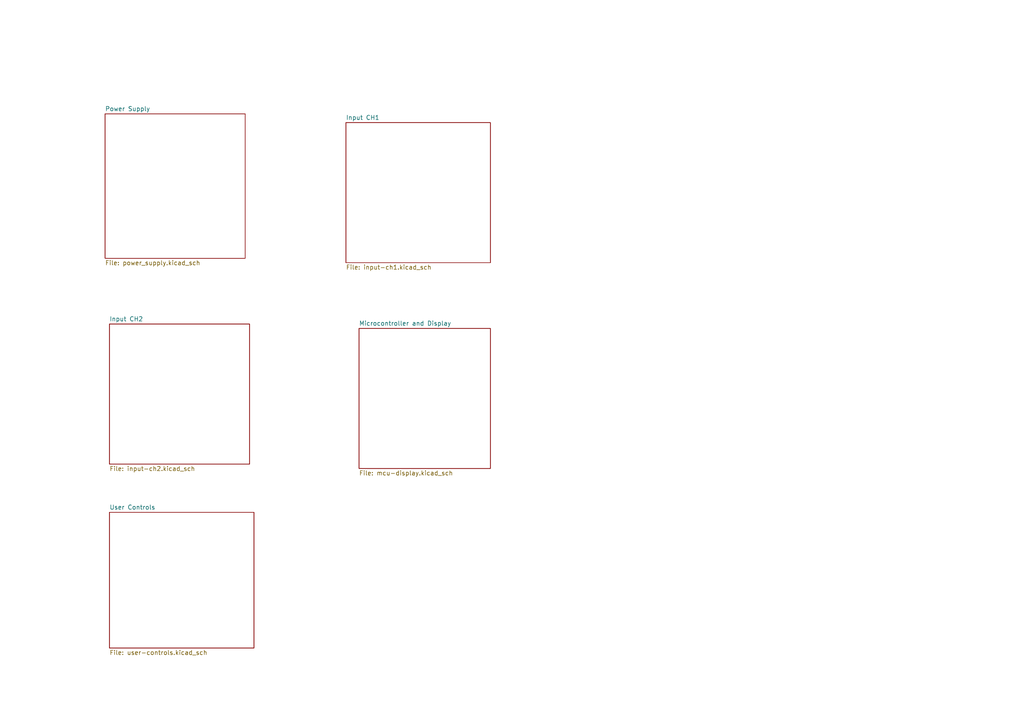
<source format=kicad_sch>
(kicad_sch
	(version 20250114)
	(generator "eeschema")
	(generator_version "9.0")
	(uuid "d3a22777-5ea9-4769-9033-b0f4a1464c2c")
	(paper "A4")
	(lib_symbols)
	(sheet
		(at 30.48 33.02)
		(size 40.64 41.91)
		(exclude_from_sim no)
		(in_bom yes)
		(on_board yes)
		(dnp no)
		(fields_autoplaced yes)
		(stroke
			(width 0.1524)
			(type solid)
		)
		(fill
			(color 0 0 0 0.0000)
		)
		(uuid "3d649e96-2377-4a1d-ae6e-283d1931be64")
		(property "Sheetname" "Power Supply"
			(at 30.48 32.3084 0)
			(effects
				(font
					(size 1.27 1.27)
				)
				(justify left bottom)
			)
		)
		(property "Sheetfile" "power_supply.kicad_sch"
			(at 30.48 75.5146 0)
			(effects
				(font
					(size 1.27 1.27)
				)
				(justify left top)
			)
		)
		(instances
			(project "trace-eurorack-module"
				(path "/d3a22777-5ea9-4769-9033-b0f4a1464c2c"
					(page "2")
				)
			)
		)
	)
	(sheet
		(at 31.75 93.98)
		(size 40.64 40.64)
		(exclude_from_sim no)
		(in_bom yes)
		(on_board yes)
		(dnp no)
		(fields_autoplaced yes)
		(stroke
			(width 0.1524)
			(type solid)
		)
		(fill
			(color 0 0 0 0.0000)
		)
		(uuid "5a7da230-43f0-4289-8294-a93b3c83fc05")
		(property "Sheetname" "Input CH2"
			(at 31.75 93.2684 0)
			(effects
				(font
					(size 1.27 1.27)
				)
				(justify left bottom)
			)
		)
		(property "Sheetfile" "input-ch2.kicad_sch"
			(at 31.75 135.2046 0)
			(effects
				(font
					(size 1.27 1.27)
				)
				(justify left top)
			)
		)
		(instances
			(project "trace-eurorack-module"
				(path "/d3a22777-5ea9-4769-9033-b0f4a1464c2c"
					(page "4")
				)
			)
		)
	)
	(sheet
		(at 100.33 35.56)
		(size 41.91 40.64)
		(exclude_from_sim no)
		(in_bom yes)
		(on_board yes)
		(dnp no)
		(fields_autoplaced yes)
		(stroke
			(width 0.1524)
			(type solid)
		)
		(fill
			(color 0 0 0 0.0000)
		)
		(uuid "b4965a32-f17f-4c27-8291-a98db932c24b")
		(property "Sheetname" "Input CH1"
			(at 100.33 34.8484 0)
			(effects
				(font
					(size 1.27 1.27)
				)
				(justify left bottom)
			)
		)
		(property "Sheetfile" "input-ch1.kicad_sch"
			(at 100.33 76.7846 0)
			(effects
				(font
					(size 1.27 1.27)
				)
				(justify left top)
			)
		)
		(instances
			(project "trace-eurorack-module"
				(path "/d3a22777-5ea9-4769-9033-b0f4a1464c2c"
					(page "3")
				)
			)
		)
	)
	(sheet
		(at 104.14 95.25)
		(size 38.1 40.64)
		(exclude_from_sim no)
		(in_bom yes)
		(on_board yes)
		(dnp no)
		(fields_autoplaced yes)
		(stroke
			(width 0.1524)
			(type solid)
		)
		(fill
			(color 0 0 0 0.0000)
		)
		(uuid "ff1acecd-470d-4324-821a-810761f4b18e")
		(property "Sheetname" "Microcontroller and Display"
			(at 104.14 94.5384 0)
			(effects
				(font
					(size 1.27 1.27)
				)
				(justify left bottom)
			)
		)
		(property "Sheetfile" "mcu-display.kicad_sch"
			(at 104.14 136.4746 0)
			(effects
				(font
					(size 1.27 1.27)
				)
				(justify left top)
			)
		)
		(instances
			(project "trace-eurorack-module"
				(path "/d3a22777-5ea9-4769-9033-b0f4a1464c2c"
					(page "5")
				)
			)
		)
	)
	(sheet
		(at 31.75 148.59)
		(size 41.91 39.37)
		(exclude_from_sim no)
		(in_bom yes)
		(on_board yes)
		(dnp no)
		(fields_autoplaced yes)
		(stroke
			(width 0.1524)
			(type solid)
		)
		(fill
			(color 0 0 0 0.0000)
		)
		(uuid "ff1fd106-7861-4116-a9a0-3c956dcad055")
		(property "Sheetname" "User Controls"
			(at 31.75 147.8784 0)
			(effects
				(font
					(size 1.27 1.27)
				)
				(justify left bottom)
			)
		)
		(property "Sheetfile" "user-controls.kicad_sch"
			(at 31.75 188.5446 0)
			(effects
				(font
					(size 1.27 1.27)
				)
				(justify left top)
			)
		)
		(instances
			(project "trace-eurorack-module"
				(path "/d3a22777-5ea9-4769-9033-b0f4a1464c2c"
					(page "6")
				)
			)
		)
	)
	(sheet_instances
		(path "/"
			(page "1")
		)
	)
	(embedded_fonts no)
)

</source>
